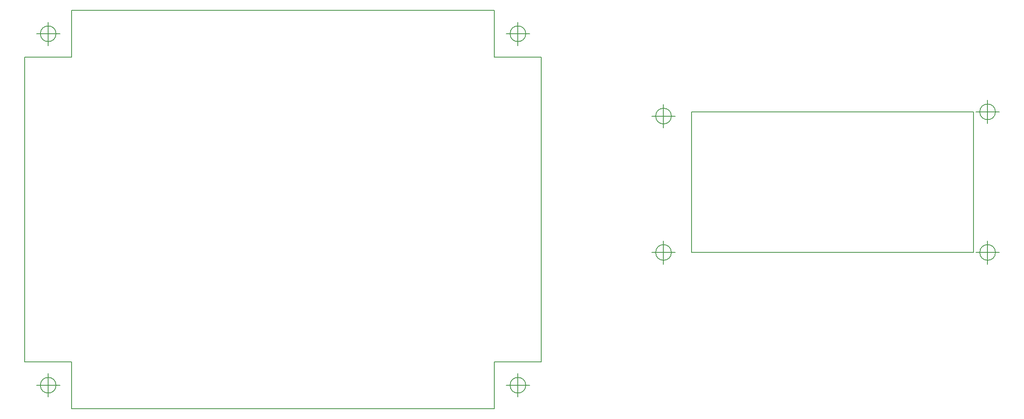
<source format=gbr>
G04 #@! TF.GenerationSoftware,KiCad,Pcbnew,(5.1.4)-1*
G04 #@! TF.CreationDate,2019-12-04T23:12:45+01:00*
G04 #@! TF.ProjectId,instru_bab_v2,696e7374-7275-45f6-9261-625f76322e6b,rev?*
G04 #@! TF.SameCoordinates,Original*
G04 #@! TF.FileFunction,Profile,NP*
%FSLAX46Y46*%
G04 Gerber Fmt 4.6, Leading zero omitted, Abs format (unit mm)*
G04 Created by KiCad (PCBNEW (5.1.4)-1) date 2019-12-04 23:12:45*
%MOMM*%
%LPD*%
G04 APERTURE LIST*
%ADD10C,0.200000*%
%ADD11C,0.150000*%
G04 APERTURE END LIST*
D10*
X239666666Y-50000000D02*
G75*
G03X239666666Y-50000000I-1666666J0D01*
G01*
X235500000Y-50000000D02*
X240500000Y-50000000D01*
X238000000Y-47500000D02*
X238000000Y-52500000D01*
X170666666Y-50900000D02*
G75*
G03X170666666Y-50900000I-1666666J0D01*
G01*
X166500000Y-50900000D02*
X171500000Y-50900000D01*
X169000000Y-48400000D02*
X169000000Y-53400000D01*
X170666666Y-80000000D02*
G75*
G03X170666666Y-80000000I-1666666J0D01*
G01*
X166500000Y-80000000D02*
X171500000Y-80000000D01*
X169000000Y-77500000D02*
X169000000Y-82500000D01*
X239666666Y-80000000D02*
G75*
G03X239666666Y-80000000I-1666666J0D01*
G01*
X235500000Y-80000000D02*
X240500000Y-80000000D01*
X238000000Y-77500000D02*
X238000000Y-82500000D01*
X139667825Y-108334814D02*
G75*
G03X139667825Y-108334814I-1666666J0D01*
G01*
X135501159Y-108334814D02*
X140501159Y-108334814D01*
X138001159Y-105834814D02*
X138001159Y-110834814D01*
X139667825Y-33334814D02*
G75*
G03X139667825Y-33334814I-1666666J0D01*
G01*
X135501159Y-33334814D02*
X140501159Y-33334814D01*
X138001159Y-30834814D02*
X138001159Y-35834814D01*
X39667825Y-108334814D02*
G75*
G03X39667825Y-108334814I-1666666J0D01*
G01*
X35501159Y-108334814D02*
X40501159Y-108334814D01*
X38001159Y-105834814D02*
X38001159Y-110834814D01*
X39667825Y-33334814D02*
G75*
G03X39667825Y-33334814I-1666666J0D01*
G01*
X35501159Y-33334814D02*
X40501159Y-33334814D01*
X38001159Y-30834814D02*
X38001159Y-35834814D01*
X235000000Y-50000000D02*
X175000000Y-50000000D01*
X235000000Y-80000000D02*
X235000000Y-50000000D01*
X175000000Y-80000000D02*
X235000000Y-80000000D01*
X175000000Y-50000000D02*
X175000000Y-80000000D01*
D11*
X43001159Y-103334814D02*
X33001159Y-103334814D01*
X43001159Y-113334814D02*
X43001159Y-103334814D01*
X133001159Y-113334814D02*
X43001159Y-113334814D01*
X133001159Y-103334814D02*
X133001159Y-113334814D01*
X143001159Y-103334814D02*
X133001159Y-103334814D01*
X143001159Y-38334814D02*
X143001159Y-103334814D01*
X133001159Y-38334814D02*
X143001159Y-38334814D01*
X133001159Y-28334814D02*
X133001159Y-38334814D01*
X43001159Y-28334814D02*
X133001159Y-28334814D01*
X43001159Y-38334814D02*
X43001159Y-28334814D01*
X33001159Y-38334814D02*
X43001159Y-38334814D01*
X33001159Y-103334814D02*
X33001159Y-38334814D01*
M02*

</source>
